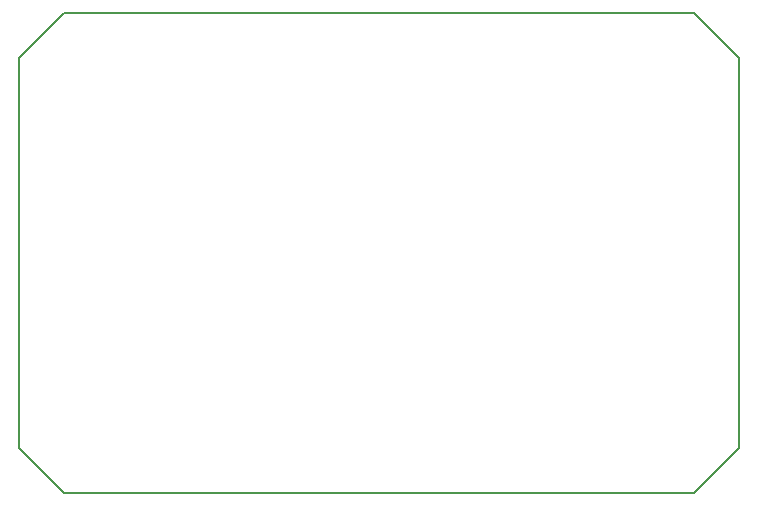
<source format=gbr>
G04 #@! TF.GenerationSoftware,KiCad,Pcbnew,5.1.7-a382d34a8~87~ubuntu20.04.1*
G04 #@! TF.CreationDate,2020-11-07T19:00:24+09:00*
G04 #@! TF.ProjectId,AKBONE2020LGT8F,414b424f-4e45-4323-9032-304c47543846,rev?*
G04 #@! TF.SameCoordinates,Original*
G04 #@! TF.FileFunction,Profile,NP*
%FSLAX46Y46*%
G04 Gerber Fmt 4.6, Leading zero omitted, Abs format (unit mm)*
G04 Created by KiCad (PCBNEW 5.1.7-a382d34a8~87~ubuntu20.04.1) date 2020-11-07 19:00:24*
%MOMM*%
%LPD*%
G01*
G04 APERTURE LIST*
G04 #@! TA.AperFunction,Profile*
%ADD10C,0.200000*%
G04 #@! TD*
G04 APERTURE END LIST*
D10*
X226060000Y-127000000D02*
X223520000Y-127000000D01*
X229870000Y-123190000D02*
X226060000Y-127000000D01*
X229870000Y-121920000D02*
X229870000Y-123190000D01*
X229870000Y-90170000D02*
X229870000Y-121920000D01*
X226060000Y-86360000D02*
X229870000Y-90170000D01*
X172720000Y-86360000D02*
X226060000Y-86360000D01*
X168910000Y-90170000D02*
X172720000Y-86360000D01*
X168910000Y-123190000D02*
X168910000Y-90170000D01*
X172720000Y-127000000D02*
X168910000Y-123190000D01*
X175260000Y-127000000D02*
X172720000Y-127000000D01*
X223520000Y-127000000D02*
X175260000Y-127000000D01*
M02*

</source>
